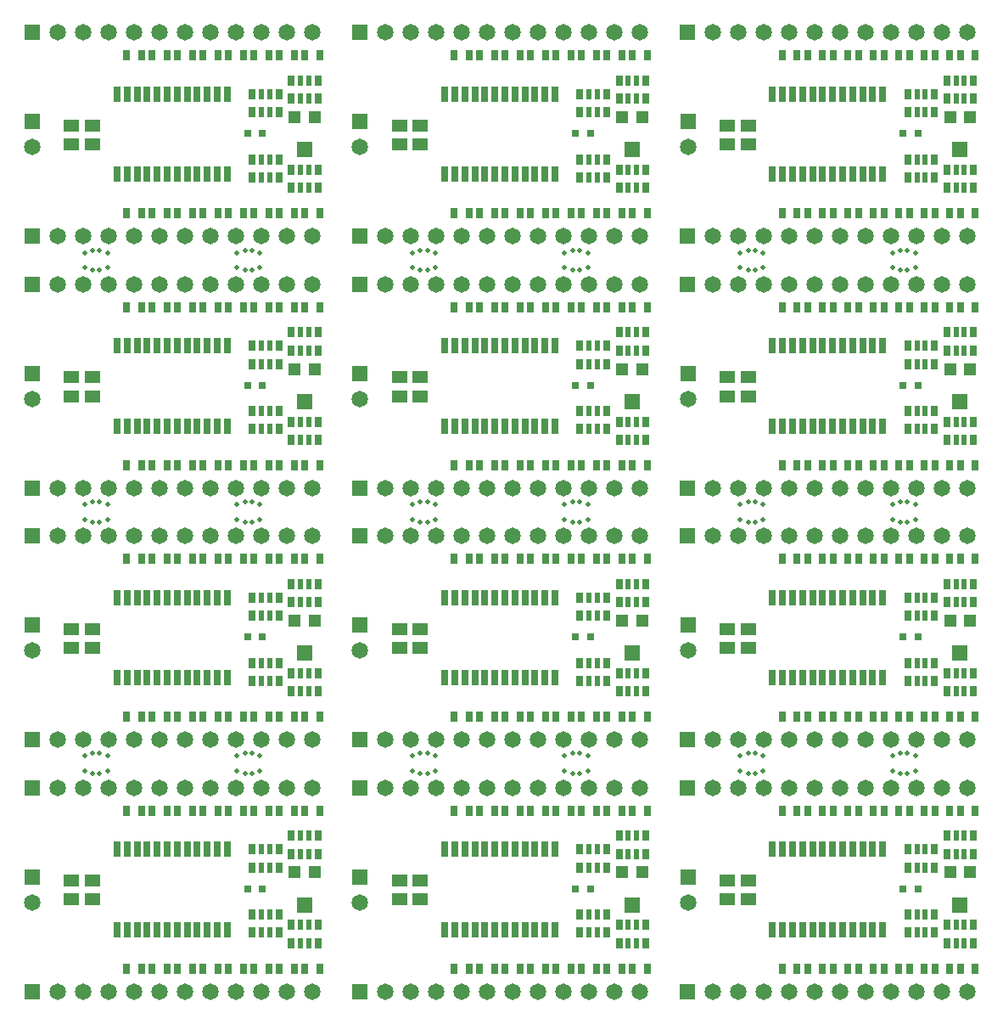
<source format=gts>
G04 (created by PCBNEW (2013-04-03 BZR 4062)-testing) date Thu 04 Apr 2013 12:57:26 AM CEST*
%MOIN*%
G04 Gerber Fmt 3.4, Leading zero omitted, Abs format*
%FSLAX34Y34*%
G01*
G70*
G90*
G04 APERTURE LIST*
%ADD10C,0.006*%
%ADD11R,0.0255906X0.0393701*%
%ADD12R,0.019685X0.0393701*%
%ADD13R,0.0314961X0.0433071*%
%ADD14R,0.0649606X0.0649606*%
%ADD15C,0.0649606*%
%ADD16R,0.0256X0.063*%
%ADD17R,0.0314X0.0314*%
%ADD18R,0.0472X0.0472*%
%ADD19R,0.063X0.0591*%
%ADD20R,0.059X0.0511*%
%ADD21C,0.019685*%
G04 APERTURE END LIST*
G54D10*
G54D11*
X36131Y-26771D03*
G54D12*
X35767Y-26771D03*
X35452Y-26771D03*
G54D11*
X35088Y-26771D03*
X36131Y-26062D03*
G54D12*
X35767Y-26062D03*
X35452Y-26062D03*
G54D11*
X35088Y-26062D03*
X37667Y-26240D03*
G54D12*
X37303Y-26240D03*
X36988Y-26240D03*
G54D11*
X36624Y-26240D03*
X37667Y-25531D03*
G54D12*
X37303Y-25531D03*
X36988Y-25531D03*
G54D11*
X36624Y-25531D03*
X36624Y-29035D03*
G54D12*
X36988Y-29035D03*
X37303Y-29035D03*
G54D11*
X37667Y-29035D03*
X36624Y-29744D03*
G54D12*
X36988Y-29744D03*
X37303Y-29744D03*
G54D11*
X37667Y-29744D03*
X35088Y-28622D03*
G54D12*
X35452Y-28622D03*
X35767Y-28622D03*
G54D11*
X36131Y-28622D03*
X35088Y-29330D03*
G54D12*
X35452Y-29330D03*
X35767Y-29330D03*
G54D11*
X36131Y-29330D03*
G54D13*
X30740Y-24537D03*
X30150Y-24537D03*
G54D14*
X26456Y-27137D03*
G54D15*
X26456Y-28137D03*
G54D14*
X26444Y-23637D03*
G54D15*
X27444Y-23637D03*
X28444Y-23637D03*
X29444Y-23637D03*
X30444Y-23637D03*
X31444Y-23637D03*
X32444Y-23637D03*
X33444Y-23637D03*
X34444Y-23637D03*
X35444Y-23637D03*
X36444Y-23637D03*
X37444Y-23637D03*
G54D14*
X26444Y-31637D03*
G54D15*
X27444Y-31637D03*
X28444Y-31637D03*
X29444Y-31637D03*
X30444Y-31637D03*
X31444Y-31637D03*
X32444Y-31637D03*
X33444Y-31637D03*
X34444Y-31637D03*
X35444Y-31637D03*
X36444Y-31637D03*
X37444Y-31637D03*
G54D16*
X29779Y-29212D03*
X30172Y-29212D03*
X30566Y-29212D03*
X30960Y-29212D03*
X31353Y-29212D03*
X31747Y-29212D03*
X32141Y-29212D03*
X32535Y-29212D03*
X32928Y-29212D03*
X33322Y-29212D03*
X33716Y-29212D03*
X34109Y-29212D03*
X34109Y-26062D03*
X33716Y-26062D03*
X33322Y-26062D03*
X32928Y-26062D03*
X32535Y-26062D03*
X32141Y-26062D03*
X31747Y-26062D03*
X31353Y-26062D03*
X30960Y-26062D03*
X30566Y-26062D03*
X30172Y-26062D03*
X29779Y-26062D03*
G54D17*
X35492Y-27615D03*
X34902Y-27615D03*
G54D18*
X37539Y-26968D03*
X36751Y-26968D03*
G54D19*
X37145Y-28248D03*
G54D20*
X27994Y-27288D03*
X27994Y-28036D03*
X28819Y-27288D03*
X28819Y-28036D03*
G54D13*
X35740Y-30737D03*
X35150Y-30737D03*
X34740Y-30737D03*
X34150Y-30737D03*
X36740Y-30737D03*
X36150Y-30737D03*
X33740Y-30737D03*
X33150Y-30737D03*
X32740Y-30737D03*
X32150Y-30737D03*
X31740Y-30737D03*
X31150Y-30737D03*
X30740Y-30737D03*
X30150Y-30737D03*
X37740Y-30737D03*
X37150Y-30737D03*
X37740Y-24537D03*
X37150Y-24537D03*
X36740Y-24537D03*
X36150Y-24537D03*
X35740Y-24537D03*
X35150Y-24537D03*
X34740Y-24537D03*
X34150Y-24537D03*
X31740Y-24537D03*
X31150Y-24537D03*
X33740Y-24537D03*
X33150Y-24537D03*
X32740Y-24537D03*
X32150Y-24537D03*
X32740Y-34419D03*
X32150Y-34419D03*
X33740Y-34419D03*
X33150Y-34419D03*
X31740Y-34419D03*
X31150Y-34419D03*
X34740Y-34419D03*
X34150Y-34419D03*
X35740Y-34419D03*
X35150Y-34419D03*
X36740Y-34419D03*
X36150Y-34419D03*
X37740Y-34419D03*
X37150Y-34419D03*
X37740Y-40619D03*
X37150Y-40619D03*
X30740Y-40619D03*
X30150Y-40619D03*
X31740Y-40619D03*
X31150Y-40619D03*
X32740Y-40619D03*
X32150Y-40619D03*
X33740Y-40619D03*
X33150Y-40619D03*
X36740Y-40619D03*
X36150Y-40619D03*
X34740Y-40619D03*
X34150Y-40619D03*
X35740Y-40619D03*
X35150Y-40619D03*
G54D20*
X28819Y-37170D03*
X28819Y-37918D03*
X27994Y-37170D03*
X27994Y-37918D03*
G54D18*
X37539Y-36850D03*
X36751Y-36850D03*
G54D19*
X37145Y-38130D03*
G54D17*
X35492Y-37497D03*
X34902Y-37497D03*
G54D16*
X29779Y-39094D03*
X30172Y-39094D03*
X30566Y-39094D03*
X30960Y-39094D03*
X31353Y-39094D03*
X31747Y-39094D03*
X32141Y-39094D03*
X32535Y-39094D03*
X32928Y-39094D03*
X33322Y-39094D03*
X33716Y-39094D03*
X34109Y-39094D03*
X34109Y-35944D03*
X33716Y-35944D03*
X33322Y-35944D03*
X32928Y-35944D03*
X32535Y-35944D03*
X32141Y-35944D03*
X31747Y-35944D03*
X31353Y-35944D03*
X30960Y-35944D03*
X30566Y-35944D03*
X30172Y-35944D03*
X29779Y-35944D03*
G54D14*
X26444Y-41519D03*
G54D15*
X27444Y-41519D03*
X28444Y-41519D03*
X29444Y-41519D03*
X30444Y-41519D03*
X31444Y-41519D03*
X32444Y-41519D03*
X33444Y-41519D03*
X34444Y-41519D03*
X35444Y-41519D03*
X36444Y-41519D03*
X37444Y-41519D03*
G54D14*
X26444Y-33519D03*
G54D15*
X27444Y-33519D03*
X28444Y-33519D03*
X29444Y-33519D03*
X30444Y-33519D03*
X31444Y-33519D03*
X32444Y-33519D03*
X33444Y-33519D03*
X34444Y-33519D03*
X35444Y-33519D03*
X36444Y-33519D03*
X37444Y-33519D03*
G54D14*
X26456Y-37019D03*
G54D15*
X26456Y-38019D03*
G54D13*
X30740Y-34419D03*
X30150Y-34419D03*
G54D11*
X35088Y-38503D03*
G54D12*
X35452Y-38503D03*
X35767Y-38503D03*
G54D11*
X36131Y-38503D03*
X35088Y-39212D03*
G54D12*
X35452Y-39212D03*
X35767Y-39212D03*
G54D11*
X36131Y-39212D03*
X36624Y-38917D03*
G54D12*
X36988Y-38917D03*
X37303Y-38917D03*
G54D11*
X37667Y-38917D03*
X36624Y-39625D03*
G54D12*
X36988Y-39625D03*
X37303Y-39625D03*
G54D11*
X37667Y-39625D03*
X37667Y-36122D03*
G54D12*
X37303Y-36122D03*
X36988Y-36122D03*
G54D11*
X36624Y-36122D03*
X37667Y-35413D03*
G54D12*
X37303Y-35413D03*
X36988Y-35413D03*
G54D11*
X36624Y-35413D03*
X36131Y-36653D03*
G54D12*
X35767Y-36653D03*
X35452Y-36653D03*
G54D11*
X35088Y-36653D03*
X36131Y-35944D03*
G54D12*
X35767Y-35944D03*
X35452Y-35944D03*
G54D11*
X35088Y-35944D03*
X36131Y-46535D03*
G54D12*
X35767Y-46535D03*
X35452Y-46535D03*
G54D11*
X35088Y-46535D03*
X36131Y-45826D03*
G54D12*
X35767Y-45826D03*
X35452Y-45826D03*
G54D11*
X35088Y-45826D03*
X37667Y-46003D03*
G54D12*
X37303Y-46003D03*
X36988Y-46003D03*
G54D11*
X36624Y-46003D03*
X37667Y-45295D03*
G54D12*
X37303Y-45295D03*
X36988Y-45295D03*
G54D11*
X36624Y-45295D03*
X36624Y-48799D03*
G54D12*
X36988Y-48799D03*
X37303Y-48799D03*
G54D11*
X37667Y-48799D03*
X36624Y-49507D03*
G54D12*
X36988Y-49507D03*
X37303Y-49507D03*
G54D11*
X37667Y-49507D03*
X35088Y-48385D03*
G54D12*
X35452Y-48385D03*
X35767Y-48385D03*
G54D11*
X36131Y-48385D03*
X35088Y-49094D03*
G54D12*
X35452Y-49094D03*
X35767Y-49094D03*
G54D11*
X36131Y-49094D03*
G54D13*
X30740Y-44301D03*
X30150Y-44301D03*
G54D14*
X26456Y-46901D03*
G54D15*
X26456Y-47901D03*
G54D14*
X26444Y-43401D03*
G54D15*
X27444Y-43401D03*
X28444Y-43401D03*
X29444Y-43401D03*
X30444Y-43401D03*
X31444Y-43401D03*
X32444Y-43401D03*
X33444Y-43401D03*
X34444Y-43401D03*
X35444Y-43401D03*
X36444Y-43401D03*
X37444Y-43401D03*
G54D14*
X26444Y-51401D03*
G54D15*
X27444Y-51401D03*
X28444Y-51401D03*
X29444Y-51401D03*
X30444Y-51401D03*
X31444Y-51401D03*
X32444Y-51401D03*
X33444Y-51401D03*
X34444Y-51401D03*
X35444Y-51401D03*
X36444Y-51401D03*
X37444Y-51401D03*
G54D16*
X29779Y-48976D03*
X30172Y-48976D03*
X30566Y-48976D03*
X30960Y-48976D03*
X31353Y-48976D03*
X31747Y-48976D03*
X32141Y-48976D03*
X32535Y-48976D03*
X32928Y-48976D03*
X33322Y-48976D03*
X33716Y-48976D03*
X34109Y-48976D03*
X34109Y-45826D03*
X33716Y-45826D03*
X33322Y-45826D03*
X32928Y-45826D03*
X32535Y-45826D03*
X32141Y-45826D03*
X31747Y-45826D03*
X31353Y-45826D03*
X30960Y-45826D03*
X30566Y-45826D03*
X30172Y-45826D03*
X29779Y-45826D03*
G54D17*
X35492Y-47378D03*
X34902Y-47378D03*
G54D18*
X37539Y-46731D03*
X36751Y-46731D03*
G54D19*
X37145Y-48011D03*
G54D20*
X27994Y-47052D03*
X27994Y-47800D03*
X28819Y-47052D03*
X28819Y-47800D03*
G54D13*
X35740Y-50501D03*
X35150Y-50501D03*
X34740Y-50501D03*
X34150Y-50501D03*
X36740Y-50501D03*
X36150Y-50501D03*
X33740Y-50501D03*
X33150Y-50501D03*
X32740Y-50501D03*
X32150Y-50501D03*
X31740Y-50501D03*
X31150Y-50501D03*
X30740Y-50501D03*
X30150Y-50501D03*
X37740Y-50501D03*
X37150Y-50501D03*
X37740Y-44301D03*
X37150Y-44301D03*
X36740Y-44301D03*
X36150Y-44301D03*
X35740Y-44301D03*
X35150Y-44301D03*
X34740Y-44301D03*
X34150Y-44301D03*
X31740Y-44301D03*
X31150Y-44301D03*
X33740Y-44301D03*
X33150Y-44301D03*
X32740Y-44301D03*
X32150Y-44301D03*
X32740Y-54183D03*
X32150Y-54183D03*
X33740Y-54183D03*
X33150Y-54183D03*
X31740Y-54183D03*
X31150Y-54183D03*
X34740Y-54183D03*
X34150Y-54183D03*
X35740Y-54183D03*
X35150Y-54183D03*
X36740Y-54183D03*
X36150Y-54183D03*
X37740Y-54183D03*
X37150Y-54183D03*
X37740Y-60383D03*
X37150Y-60383D03*
X30740Y-60383D03*
X30150Y-60383D03*
X31740Y-60383D03*
X31150Y-60383D03*
X32740Y-60383D03*
X32150Y-60383D03*
X33740Y-60383D03*
X33150Y-60383D03*
X36740Y-60383D03*
X36150Y-60383D03*
X34740Y-60383D03*
X34150Y-60383D03*
X35740Y-60383D03*
X35150Y-60383D03*
G54D20*
X28819Y-56934D03*
X28819Y-57682D03*
X27994Y-56934D03*
X27994Y-57682D03*
G54D18*
X37539Y-56613D03*
X36751Y-56613D03*
G54D19*
X37145Y-57893D03*
G54D17*
X35492Y-57260D03*
X34902Y-57260D03*
G54D16*
X29779Y-58858D03*
X30172Y-58858D03*
X30566Y-58858D03*
X30960Y-58858D03*
X31353Y-58858D03*
X31747Y-58858D03*
X32141Y-58858D03*
X32535Y-58858D03*
X32928Y-58858D03*
X33322Y-58858D03*
X33716Y-58858D03*
X34109Y-58858D03*
X34109Y-55708D03*
X33716Y-55708D03*
X33322Y-55708D03*
X32928Y-55708D03*
X32535Y-55708D03*
X32141Y-55708D03*
X31747Y-55708D03*
X31353Y-55708D03*
X30960Y-55708D03*
X30566Y-55708D03*
X30172Y-55708D03*
X29779Y-55708D03*
G54D14*
X26444Y-61283D03*
G54D15*
X27444Y-61283D03*
X28444Y-61283D03*
X29444Y-61283D03*
X30444Y-61283D03*
X31444Y-61283D03*
X32444Y-61283D03*
X33444Y-61283D03*
X34444Y-61283D03*
X35444Y-61283D03*
X36444Y-61283D03*
X37444Y-61283D03*
G54D14*
X26444Y-53283D03*
G54D15*
X27444Y-53283D03*
X28444Y-53283D03*
X29444Y-53283D03*
X30444Y-53283D03*
X31444Y-53283D03*
X32444Y-53283D03*
X33444Y-53283D03*
X34444Y-53283D03*
X35444Y-53283D03*
X36444Y-53283D03*
X37444Y-53283D03*
G54D14*
X26456Y-56783D03*
G54D15*
X26456Y-57783D03*
G54D13*
X30740Y-54183D03*
X30150Y-54183D03*
G54D11*
X35088Y-58267D03*
G54D12*
X35452Y-58267D03*
X35767Y-58267D03*
G54D11*
X36131Y-58267D03*
X35088Y-58976D03*
G54D12*
X35452Y-58976D03*
X35767Y-58976D03*
G54D11*
X36131Y-58976D03*
X36624Y-58681D03*
G54D12*
X36988Y-58681D03*
X37303Y-58681D03*
G54D11*
X37667Y-58681D03*
X36624Y-59389D03*
G54D12*
X36988Y-59389D03*
X37303Y-59389D03*
G54D11*
X37667Y-59389D03*
X37667Y-55885D03*
G54D12*
X37303Y-55885D03*
X36988Y-55885D03*
G54D11*
X36624Y-55885D03*
X37667Y-55177D03*
G54D12*
X37303Y-55177D03*
X36988Y-55177D03*
G54D11*
X36624Y-55177D03*
X36131Y-56417D03*
G54D12*
X35767Y-56417D03*
X35452Y-56417D03*
G54D11*
X35088Y-56417D03*
X36131Y-55708D03*
G54D12*
X35767Y-55708D03*
X35452Y-55708D03*
G54D11*
X35088Y-55708D03*
G54D21*
X29094Y-51948D03*
X28503Y-52637D03*
X29409Y-52637D03*
X28503Y-52047D03*
X28818Y-51948D03*
X29409Y-52047D03*
X28818Y-52736D03*
X29094Y-52736D03*
X35078Y-51948D03*
X34488Y-52637D03*
X35393Y-52637D03*
X34488Y-52047D03*
X34803Y-51948D03*
X35393Y-52047D03*
X34803Y-52736D03*
X35078Y-52736D03*
X35078Y-32185D03*
X34488Y-32874D03*
X35393Y-32874D03*
X34488Y-32283D03*
X34803Y-32185D03*
X35393Y-32283D03*
X34803Y-32972D03*
X35078Y-32972D03*
X29094Y-32185D03*
X28503Y-32874D03*
X29409Y-32874D03*
X28503Y-32283D03*
X28818Y-32185D03*
X29409Y-32283D03*
X28818Y-32972D03*
X29094Y-32972D03*
X29094Y-42066D03*
X28503Y-42755D03*
X29409Y-42755D03*
X28503Y-42165D03*
X28818Y-42066D03*
X29409Y-42165D03*
X28818Y-42854D03*
X29094Y-42854D03*
X35078Y-42066D03*
X34488Y-42755D03*
X35393Y-42755D03*
X34488Y-42165D03*
X34803Y-42066D03*
X35393Y-42165D03*
X34803Y-42854D03*
X35078Y-42854D03*
X47952Y-42066D03*
X47362Y-42755D03*
X48267Y-42755D03*
X47362Y-42165D03*
X47677Y-42066D03*
X48267Y-42165D03*
X47677Y-42854D03*
X47952Y-42854D03*
X41968Y-42066D03*
X41377Y-42755D03*
X42283Y-42755D03*
X41377Y-42165D03*
X41692Y-42066D03*
X42283Y-42165D03*
X41692Y-42854D03*
X41968Y-42854D03*
X41968Y-32185D03*
X41377Y-32874D03*
X42283Y-32874D03*
X41377Y-32283D03*
X41692Y-32185D03*
X42283Y-32283D03*
X41692Y-32972D03*
X41968Y-32972D03*
X47952Y-32185D03*
X47362Y-32874D03*
X48267Y-32874D03*
X47362Y-32283D03*
X47677Y-32185D03*
X48267Y-32283D03*
X47677Y-32972D03*
X47952Y-32972D03*
X47952Y-51948D03*
X47362Y-52637D03*
X48267Y-52637D03*
X47362Y-52047D03*
X47677Y-51948D03*
X48267Y-52047D03*
X47677Y-52736D03*
X47952Y-52736D03*
X41968Y-51948D03*
X41377Y-52637D03*
X42283Y-52637D03*
X41377Y-52047D03*
X41692Y-51948D03*
X42283Y-52047D03*
X41692Y-52736D03*
X41968Y-52736D03*
G54D11*
X49005Y-56417D03*
G54D12*
X48641Y-56417D03*
X48326Y-56417D03*
G54D11*
X47962Y-56417D03*
X49005Y-55708D03*
G54D12*
X48641Y-55708D03*
X48326Y-55708D03*
G54D11*
X47962Y-55708D03*
X50541Y-55885D03*
G54D12*
X50177Y-55885D03*
X49862Y-55885D03*
G54D11*
X49498Y-55885D03*
X50541Y-55177D03*
G54D12*
X50177Y-55177D03*
X49862Y-55177D03*
G54D11*
X49498Y-55177D03*
X49498Y-58681D03*
G54D12*
X49862Y-58681D03*
X50177Y-58681D03*
G54D11*
X50541Y-58681D03*
X49498Y-59389D03*
G54D12*
X49862Y-59389D03*
X50177Y-59389D03*
G54D11*
X50541Y-59389D03*
X47962Y-58267D03*
G54D12*
X48326Y-58267D03*
X48641Y-58267D03*
G54D11*
X49005Y-58267D03*
X47962Y-58976D03*
G54D12*
X48326Y-58976D03*
X48641Y-58976D03*
G54D11*
X49005Y-58976D03*
G54D13*
X43614Y-54183D03*
X43024Y-54183D03*
G54D14*
X39330Y-56783D03*
G54D15*
X39330Y-57783D03*
G54D14*
X39318Y-53283D03*
G54D15*
X40318Y-53283D03*
X41318Y-53283D03*
X42318Y-53283D03*
X43318Y-53283D03*
X44318Y-53283D03*
X45318Y-53283D03*
X46318Y-53283D03*
X47318Y-53283D03*
X48318Y-53283D03*
X49318Y-53283D03*
X50318Y-53283D03*
G54D14*
X39318Y-61283D03*
G54D15*
X40318Y-61283D03*
X41318Y-61283D03*
X42318Y-61283D03*
X43318Y-61283D03*
X44318Y-61283D03*
X45318Y-61283D03*
X46318Y-61283D03*
X47318Y-61283D03*
X48318Y-61283D03*
X49318Y-61283D03*
X50318Y-61283D03*
G54D16*
X42653Y-58858D03*
X43046Y-58858D03*
X43440Y-58858D03*
X43834Y-58858D03*
X44227Y-58858D03*
X44621Y-58858D03*
X45015Y-58858D03*
X45409Y-58858D03*
X45802Y-58858D03*
X46196Y-58858D03*
X46590Y-58858D03*
X46983Y-58858D03*
X46983Y-55708D03*
X46590Y-55708D03*
X46196Y-55708D03*
X45802Y-55708D03*
X45409Y-55708D03*
X45015Y-55708D03*
X44621Y-55708D03*
X44227Y-55708D03*
X43834Y-55708D03*
X43440Y-55708D03*
X43046Y-55708D03*
X42653Y-55708D03*
G54D17*
X48366Y-57260D03*
X47776Y-57260D03*
G54D18*
X50413Y-56613D03*
X49625Y-56613D03*
G54D19*
X50019Y-57893D03*
G54D20*
X40868Y-56934D03*
X40868Y-57682D03*
X41693Y-56934D03*
X41693Y-57682D03*
G54D13*
X48614Y-60383D03*
X48024Y-60383D03*
X47614Y-60383D03*
X47024Y-60383D03*
X49614Y-60383D03*
X49024Y-60383D03*
X46614Y-60383D03*
X46024Y-60383D03*
X45614Y-60383D03*
X45024Y-60383D03*
X44614Y-60383D03*
X44024Y-60383D03*
X43614Y-60383D03*
X43024Y-60383D03*
X50614Y-60383D03*
X50024Y-60383D03*
X50614Y-54183D03*
X50024Y-54183D03*
X49614Y-54183D03*
X49024Y-54183D03*
X48614Y-54183D03*
X48024Y-54183D03*
X47614Y-54183D03*
X47024Y-54183D03*
X44614Y-54183D03*
X44024Y-54183D03*
X46614Y-54183D03*
X46024Y-54183D03*
X45614Y-54183D03*
X45024Y-54183D03*
X45614Y-44301D03*
X45024Y-44301D03*
X46614Y-44301D03*
X46024Y-44301D03*
X44614Y-44301D03*
X44024Y-44301D03*
X47614Y-44301D03*
X47024Y-44301D03*
X48614Y-44301D03*
X48024Y-44301D03*
X49614Y-44301D03*
X49024Y-44301D03*
X50614Y-44301D03*
X50024Y-44301D03*
X50614Y-50501D03*
X50024Y-50501D03*
X43614Y-50501D03*
X43024Y-50501D03*
X44614Y-50501D03*
X44024Y-50501D03*
X45614Y-50501D03*
X45024Y-50501D03*
X46614Y-50501D03*
X46024Y-50501D03*
X49614Y-50501D03*
X49024Y-50501D03*
X47614Y-50501D03*
X47024Y-50501D03*
X48614Y-50501D03*
X48024Y-50501D03*
G54D20*
X41693Y-47052D03*
X41693Y-47800D03*
X40868Y-47052D03*
X40868Y-47800D03*
G54D18*
X50413Y-46731D03*
X49625Y-46731D03*
G54D19*
X50019Y-48011D03*
G54D17*
X48366Y-47378D03*
X47776Y-47378D03*
G54D16*
X42653Y-48976D03*
X43046Y-48976D03*
X43440Y-48976D03*
X43834Y-48976D03*
X44227Y-48976D03*
X44621Y-48976D03*
X45015Y-48976D03*
X45409Y-48976D03*
X45802Y-48976D03*
X46196Y-48976D03*
X46590Y-48976D03*
X46983Y-48976D03*
X46983Y-45826D03*
X46590Y-45826D03*
X46196Y-45826D03*
X45802Y-45826D03*
X45409Y-45826D03*
X45015Y-45826D03*
X44621Y-45826D03*
X44227Y-45826D03*
X43834Y-45826D03*
X43440Y-45826D03*
X43046Y-45826D03*
X42653Y-45826D03*
G54D14*
X39318Y-51401D03*
G54D15*
X40318Y-51401D03*
X41318Y-51401D03*
X42318Y-51401D03*
X43318Y-51401D03*
X44318Y-51401D03*
X45318Y-51401D03*
X46318Y-51401D03*
X47318Y-51401D03*
X48318Y-51401D03*
X49318Y-51401D03*
X50318Y-51401D03*
G54D14*
X39318Y-43401D03*
G54D15*
X40318Y-43401D03*
X41318Y-43401D03*
X42318Y-43401D03*
X43318Y-43401D03*
X44318Y-43401D03*
X45318Y-43401D03*
X46318Y-43401D03*
X47318Y-43401D03*
X48318Y-43401D03*
X49318Y-43401D03*
X50318Y-43401D03*
G54D14*
X39330Y-46901D03*
G54D15*
X39330Y-47901D03*
G54D13*
X43614Y-44301D03*
X43024Y-44301D03*
G54D11*
X47962Y-48385D03*
G54D12*
X48326Y-48385D03*
X48641Y-48385D03*
G54D11*
X49005Y-48385D03*
X47962Y-49094D03*
G54D12*
X48326Y-49094D03*
X48641Y-49094D03*
G54D11*
X49005Y-49094D03*
X49498Y-48799D03*
G54D12*
X49862Y-48799D03*
X50177Y-48799D03*
G54D11*
X50541Y-48799D03*
X49498Y-49507D03*
G54D12*
X49862Y-49507D03*
X50177Y-49507D03*
G54D11*
X50541Y-49507D03*
X50541Y-46003D03*
G54D12*
X50177Y-46003D03*
X49862Y-46003D03*
G54D11*
X49498Y-46003D03*
X50541Y-45295D03*
G54D12*
X50177Y-45295D03*
X49862Y-45295D03*
G54D11*
X49498Y-45295D03*
X49005Y-46535D03*
G54D12*
X48641Y-46535D03*
X48326Y-46535D03*
G54D11*
X47962Y-46535D03*
X49005Y-45826D03*
G54D12*
X48641Y-45826D03*
X48326Y-45826D03*
G54D11*
X47962Y-45826D03*
X49005Y-36653D03*
G54D12*
X48641Y-36653D03*
X48326Y-36653D03*
G54D11*
X47962Y-36653D03*
X49005Y-35944D03*
G54D12*
X48641Y-35944D03*
X48326Y-35944D03*
G54D11*
X47962Y-35944D03*
X50541Y-36122D03*
G54D12*
X50177Y-36122D03*
X49862Y-36122D03*
G54D11*
X49498Y-36122D03*
X50541Y-35413D03*
G54D12*
X50177Y-35413D03*
X49862Y-35413D03*
G54D11*
X49498Y-35413D03*
X49498Y-38917D03*
G54D12*
X49862Y-38917D03*
X50177Y-38917D03*
G54D11*
X50541Y-38917D03*
X49498Y-39625D03*
G54D12*
X49862Y-39625D03*
X50177Y-39625D03*
G54D11*
X50541Y-39625D03*
X47962Y-38503D03*
G54D12*
X48326Y-38503D03*
X48641Y-38503D03*
G54D11*
X49005Y-38503D03*
X47962Y-39212D03*
G54D12*
X48326Y-39212D03*
X48641Y-39212D03*
G54D11*
X49005Y-39212D03*
G54D13*
X43614Y-34419D03*
X43024Y-34419D03*
G54D14*
X39330Y-37019D03*
G54D15*
X39330Y-38019D03*
G54D14*
X39318Y-33519D03*
G54D15*
X40318Y-33519D03*
X41318Y-33519D03*
X42318Y-33519D03*
X43318Y-33519D03*
X44318Y-33519D03*
X45318Y-33519D03*
X46318Y-33519D03*
X47318Y-33519D03*
X48318Y-33519D03*
X49318Y-33519D03*
X50318Y-33519D03*
G54D14*
X39318Y-41519D03*
G54D15*
X40318Y-41519D03*
X41318Y-41519D03*
X42318Y-41519D03*
X43318Y-41519D03*
X44318Y-41519D03*
X45318Y-41519D03*
X46318Y-41519D03*
X47318Y-41519D03*
X48318Y-41519D03*
X49318Y-41519D03*
X50318Y-41519D03*
G54D16*
X42653Y-39094D03*
X43046Y-39094D03*
X43440Y-39094D03*
X43834Y-39094D03*
X44227Y-39094D03*
X44621Y-39094D03*
X45015Y-39094D03*
X45409Y-39094D03*
X45802Y-39094D03*
X46196Y-39094D03*
X46590Y-39094D03*
X46983Y-39094D03*
X46983Y-35944D03*
X46590Y-35944D03*
X46196Y-35944D03*
X45802Y-35944D03*
X45409Y-35944D03*
X45015Y-35944D03*
X44621Y-35944D03*
X44227Y-35944D03*
X43834Y-35944D03*
X43440Y-35944D03*
X43046Y-35944D03*
X42653Y-35944D03*
G54D17*
X48366Y-37497D03*
X47776Y-37497D03*
G54D18*
X50413Y-36850D03*
X49625Y-36850D03*
G54D19*
X50019Y-38130D03*
G54D20*
X40868Y-37170D03*
X40868Y-37918D03*
X41693Y-37170D03*
X41693Y-37918D03*
G54D13*
X48614Y-40619D03*
X48024Y-40619D03*
X47614Y-40619D03*
X47024Y-40619D03*
X49614Y-40619D03*
X49024Y-40619D03*
X46614Y-40619D03*
X46024Y-40619D03*
X45614Y-40619D03*
X45024Y-40619D03*
X44614Y-40619D03*
X44024Y-40619D03*
X43614Y-40619D03*
X43024Y-40619D03*
X50614Y-40619D03*
X50024Y-40619D03*
X50614Y-34419D03*
X50024Y-34419D03*
X49614Y-34419D03*
X49024Y-34419D03*
X48614Y-34419D03*
X48024Y-34419D03*
X47614Y-34419D03*
X47024Y-34419D03*
X44614Y-34419D03*
X44024Y-34419D03*
X46614Y-34419D03*
X46024Y-34419D03*
X45614Y-34419D03*
X45024Y-34419D03*
X45614Y-24537D03*
X45024Y-24537D03*
X46614Y-24537D03*
X46024Y-24537D03*
X44614Y-24537D03*
X44024Y-24537D03*
X47614Y-24537D03*
X47024Y-24537D03*
X48614Y-24537D03*
X48024Y-24537D03*
X49614Y-24537D03*
X49024Y-24537D03*
X50614Y-24537D03*
X50024Y-24537D03*
X50614Y-30737D03*
X50024Y-30737D03*
X43614Y-30737D03*
X43024Y-30737D03*
X44614Y-30737D03*
X44024Y-30737D03*
X45614Y-30737D03*
X45024Y-30737D03*
X46614Y-30737D03*
X46024Y-30737D03*
X49614Y-30737D03*
X49024Y-30737D03*
X47614Y-30737D03*
X47024Y-30737D03*
X48614Y-30737D03*
X48024Y-30737D03*
G54D20*
X41693Y-27288D03*
X41693Y-28036D03*
X40868Y-27288D03*
X40868Y-28036D03*
G54D18*
X50413Y-26968D03*
X49625Y-26968D03*
G54D19*
X50019Y-28248D03*
G54D17*
X48366Y-27615D03*
X47776Y-27615D03*
G54D16*
X42653Y-29212D03*
X43046Y-29212D03*
X43440Y-29212D03*
X43834Y-29212D03*
X44227Y-29212D03*
X44621Y-29212D03*
X45015Y-29212D03*
X45409Y-29212D03*
X45802Y-29212D03*
X46196Y-29212D03*
X46590Y-29212D03*
X46983Y-29212D03*
X46983Y-26062D03*
X46590Y-26062D03*
X46196Y-26062D03*
X45802Y-26062D03*
X45409Y-26062D03*
X45015Y-26062D03*
X44621Y-26062D03*
X44227Y-26062D03*
X43834Y-26062D03*
X43440Y-26062D03*
X43046Y-26062D03*
X42653Y-26062D03*
G54D14*
X39318Y-31637D03*
G54D15*
X40318Y-31637D03*
X41318Y-31637D03*
X42318Y-31637D03*
X43318Y-31637D03*
X44318Y-31637D03*
X45318Y-31637D03*
X46318Y-31637D03*
X47318Y-31637D03*
X48318Y-31637D03*
X49318Y-31637D03*
X50318Y-31637D03*
G54D14*
X39318Y-23637D03*
G54D15*
X40318Y-23637D03*
X41318Y-23637D03*
X42318Y-23637D03*
X43318Y-23637D03*
X44318Y-23637D03*
X45318Y-23637D03*
X46318Y-23637D03*
X47318Y-23637D03*
X48318Y-23637D03*
X49318Y-23637D03*
X50318Y-23637D03*
G54D14*
X39330Y-27137D03*
G54D15*
X39330Y-28137D03*
G54D13*
X43614Y-24537D03*
X43024Y-24537D03*
G54D11*
X47962Y-28622D03*
G54D12*
X48326Y-28622D03*
X48641Y-28622D03*
G54D11*
X49005Y-28622D03*
X47962Y-29330D03*
G54D12*
X48326Y-29330D03*
X48641Y-29330D03*
G54D11*
X49005Y-29330D03*
X49498Y-29035D03*
G54D12*
X49862Y-29035D03*
X50177Y-29035D03*
G54D11*
X50541Y-29035D03*
X49498Y-29744D03*
G54D12*
X49862Y-29744D03*
X50177Y-29744D03*
G54D11*
X50541Y-29744D03*
X50541Y-26240D03*
G54D12*
X50177Y-26240D03*
X49862Y-26240D03*
G54D11*
X49498Y-26240D03*
X50541Y-25531D03*
G54D12*
X50177Y-25531D03*
X49862Y-25531D03*
G54D11*
X49498Y-25531D03*
X49005Y-26771D03*
G54D12*
X48641Y-26771D03*
X48326Y-26771D03*
G54D11*
X47962Y-26771D03*
X49005Y-26062D03*
G54D12*
X48641Y-26062D03*
X48326Y-26062D03*
G54D11*
X47962Y-26062D03*
X61879Y-26771D03*
G54D12*
X61515Y-26771D03*
X61200Y-26771D03*
G54D11*
X60836Y-26771D03*
X61879Y-26062D03*
G54D12*
X61515Y-26062D03*
X61200Y-26062D03*
G54D11*
X60836Y-26062D03*
X63415Y-26240D03*
G54D12*
X63051Y-26240D03*
X62736Y-26240D03*
G54D11*
X62372Y-26240D03*
X63415Y-25531D03*
G54D12*
X63051Y-25531D03*
X62736Y-25531D03*
G54D11*
X62372Y-25531D03*
X62372Y-29035D03*
G54D12*
X62736Y-29035D03*
X63051Y-29035D03*
G54D11*
X63415Y-29035D03*
X62372Y-29744D03*
G54D12*
X62736Y-29744D03*
X63051Y-29744D03*
G54D11*
X63415Y-29744D03*
X60836Y-28622D03*
G54D12*
X61200Y-28622D03*
X61515Y-28622D03*
G54D11*
X61879Y-28622D03*
X60836Y-29330D03*
G54D12*
X61200Y-29330D03*
X61515Y-29330D03*
G54D11*
X61879Y-29330D03*
G54D13*
X56488Y-24537D03*
X55898Y-24537D03*
G54D14*
X52204Y-27137D03*
G54D15*
X52204Y-28137D03*
G54D14*
X52192Y-23637D03*
G54D15*
X53192Y-23637D03*
X54192Y-23637D03*
X55192Y-23637D03*
X56192Y-23637D03*
X57192Y-23637D03*
X58192Y-23637D03*
X59192Y-23637D03*
X60192Y-23637D03*
X61192Y-23637D03*
X62192Y-23637D03*
X63192Y-23637D03*
G54D14*
X52192Y-31637D03*
G54D15*
X53192Y-31637D03*
X54192Y-31637D03*
X55192Y-31637D03*
X56192Y-31637D03*
X57192Y-31637D03*
X58192Y-31637D03*
X59192Y-31637D03*
X60192Y-31637D03*
X61192Y-31637D03*
X62192Y-31637D03*
X63192Y-31637D03*
G54D16*
X55527Y-29212D03*
X55920Y-29212D03*
X56314Y-29212D03*
X56708Y-29212D03*
X57101Y-29212D03*
X57495Y-29212D03*
X57889Y-29212D03*
X58283Y-29212D03*
X58676Y-29212D03*
X59070Y-29212D03*
X59464Y-29212D03*
X59857Y-29212D03*
X59857Y-26062D03*
X59464Y-26062D03*
X59070Y-26062D03*
X58676Y-26062D03*
X58283Y-26062D03*
X57889Y-26062D03*
X57495Y-26062D03*
X57101Y-26062D03*
X56708Y-26062D03*
X56314Y-26062D03*
X55920Y-26062D03*
X55527Y-26062D03*
G54D17*
X61240Y-27615D03*
X60650Y-27615D03*
G54D18*
X63287Y-26968D03*
X62499Y-26968D03*
G54D19*
X62893Y-28248D03*
G54D20*
X53742Y-27288D03*
X53742Y-28036D03*
X54567Y-27288D03*
X54567Y-28036D03*
G54D13*
X61488Y-30737D03*
X60898Y-30737D03*
X60488Y-30737D03*
X59898Y-30737D03*
X62488Y-30737D03*
X61898Y-30737D03*
X59488Y-30737D03*
X58898Y-30737D03*
X58488Y-30737D03*
X57898Y-30737D03*
X57488Y-30737D03*
X56898Y-30737D03*
X56488Y-30737D03*
X55898Y-30737D03*
X63488Y-30737D03*
X62898Y-30737D03*
X63488Y-24537D03*
X62898Y-24537D03*
X62488Y-24537D03*
X61898Y-24537D03*
X61488Y-24537D03*
X60898Y-24537D03*
X60488Y-24537D03*
X59898Y-24537D03*
X57488Y-24537D03*
X56898Y-24537D03*
X59488Y-24537D03*
X58898Y-24537D03*
X58488Y-24537D03*
X57898Y-24537D03*
X58488Y-34419D03*
X57898Y-34419D03*
X59488Y-34419D03*
X58898Y-34419D03*
X57488Y-34419D03*
X56898Y-34419D03*
X60488Y-34419D03*
X59898Y-34419D03*
X61488Y-34419D03*
X60898Y-34419D03*
X62488Y-34419D03*
X61898Y-34419D03*
X63488Y-34419D03*
X62898Y-34419D03*
X63488Y-40619D03*
X62898Y-40619D03*
X56488Y-40619D03*
X55898Y-40619D03*
X57488Y-40619D03*
X56898Y-40619D03*
X58488Y-40619D03*
X57898Y-40619D03*
X59488Y-40619D03*
X58898Y-40619D03*
X62488Y-40619D03*
X61898Y-40619D03*
X60488Y-40619D03*
X59898Y-40619D03*
X61488Y-40619D03*
X60898Y-40619D03*
G54D20*
X54567Y-37170D03*
X54567Y-37918D03*
X53742Y-37170D03*
X53742Y-37918D03*
G54D18*
X63287Y-36850D03*
X62499Y-36850D03*
G54D19*
X62893Y-38130D03*
G54D17*
X61240Y-37497D03*
X60650Y-37497D03*
G54D16*
X55527Y-39094D03*
X55920Y-39094D03*
X56314Y-39094D03*
X56708Y-39094D03*
X57101Y-39094D03*
X57495Y-39094D03*
X57889Y-39094D03*
X58283Y-39094D03*
X58676Y-39094D03*
X59070Y-39094D03*
X59464Y-39094D03*
X59857Y-39094D03*
X59857Y-35944D03*
X59464Y-35944D03*
X59070Y-35944D03*
X58676Y-35944D03*
X58283Y-35944D03*
X57889Y-35944D03*
X57495Y-35944D03*
X57101Y-35944D03*
X56708Y-35944D03*
X56314Y-35944D03*
X55920Y-35944D03*
X55527Y-35944D03*
G54D14*
X52192Y-41519D03*
G54D15*
X53192Y-41519D03*
X54192Y-41519D03*
X55192Y-41519D03*
X56192Y-41519D03*
X57192Y-41519D03*
X58192Y-41519D03*
X59192Y-41519D03*
X60192Y-41519D03*
X61192Y-41519D03*
X62192Y-41519D03*
X63192Y-41519D03*
G54D14*
X52192Y-33519D03*
G54D15*
X53192Y-33519D03*
X54192Y-33519D03*
X55192Y-33519D03*
X56192Y-33519D03*
X57192Y-33519D03*
X58192Y-33519D03*
X59192Y-33519D03*
X60192Y-33519D03*
X61192Y-33519D03*
X62192Y-33519D03*
X63192Y-33519D03*
G54D14*
X52204Y-37019D03*
G54D15*
X52204Y-38019D03*
G54D13*
X56488Y-34419D03*
X55898Y-34419D03*
G54D11*
X60836Y-38503D03*
G54D12*
X61200Y-38503D03*
X61515Y-38503D03*
G54D11*
X61879Y-38503D03*
X60836Y-39212D03*
G54D12*
X61200Y-39212D03*
X61515Y-39212D03*
G54D11*
X61879Y-39212D03*
X62372Y-38917D03*
G54D12*
X62736Y-38917D03*
X63051Y-38917D03*
G54D11*
X63415Y-38917D03*
X62372Y-39625D03*
G54D12*
X62736Y-39625D03*
X63051Y-39625D03*
G54D11*
X63415Y-39625D03*
X63415Y-36122D03*
G54D12*
X63051Y-36122D03*
X62736Y-36122D03*
G54D11*
X62372Y-36122D03*
X63415Y-35413D03*
G54D12*
X63051Y-35413D03*
X62736Y-35413D03*
G54D11*
X62372Y-35413D03*
X61879Y-36653D03*
G54D12*
X61515Y-36653D03*
X61200Y-36653D03*
G54D11*
X60836Y-36653D03*
X61879Y-35944D03*
G54D12*
X61515Y-35944D03*
X61200Y-35944D03*
G54D11*
X60836Y-35944D03*
X61879Y-46535D03*
G54D12*
X61515Y-46535D03*
X61200Y-46535D03*
G54D11*
X60836Y-46535D03*
X61879Y-45826D03*
G54D12*
X61515Y-45826D03*
X61200Y-45826D03*
G54D11*
X60836Y-45826D03*
X63415Y-46003D03*
G54D12*
X63051Y-46003D03*
X62736Y-46003D03*
G54D11*
X62372Y-46003D03*
X63415Y-45295D03*
G54D12*
X63051Y-45295D03*
X62736Y-45295D03*
G54D11*
X62372Y-45295D03*
X62372Y-48799D03*
G54D12*
X62736Y-48799D03*
X63051Y-48799D03*
G54D11*
X63415Y-48799D03*
X62372Y-49507D03*
G54D12*
X62736Y-49507D03*
X63051Y-49507D03*
G54D11*
X63415Y-49507D03*
X60836Y-48385D03*
G54D12*
X61200Y-48385D03*
X61515Y-48385D03*
G54D11*
X61879Y-48385D03*
X60836Y-49094D03*
G54D12*
X61200Y-49094D03*
X61515Y-49094D03*
G54D11*
X61879Y-49094D03*
G54D13*
X56488Y-44301D03*
X55898Y-44301D03*
G54D14*
X52204Y-46901D03*
G54D15*
X52204Y-47901D03*
G54D14*
X52192Y-43401D03*
G54D15*
X53192Y-43401D03*
X54192Y-43401D03*
X55192Y-43401D03*
X56192Y-43401D03*
X57192Y-43401D03*
X58192Y-43401D03*
X59192Y-43401D03*
X60192Y-43401D03*
X61192Y-43401D03*
X62192Y-43401D03*
X63192Y-43401D03*
G54D14*
X52192Y-51401D03*
G54D15*
X53192Y-51401D03*
X54192Y-51401D03*
X55192Y-51401D03*
X56192Y-51401D03*
X57192Y-51401D03*
X58192Y-51401D03*
X59192Y-51401D03*
X60192Y-51401D03*
X61192Y-51401D03*
X62192Y-51401D03*
X63192Y-51401D03*
G54D16*
X55527Y-48976D03*
X55920Y-48976D03*
X56314Y-48976D03*
X56708Y-48976D03*
X57101Y-48976D03*
X57495Y-48976D03*
X57889Y-48976D03*
X58283Y-48976D03*
X58676Y-48976D03*
X59070Y-48976D03*
X59464Y-48976D03*
X59857Y-48976D03*
X59857Y-45826D03*
X59464Y-45826D03*
X59070Y-45826D03*
X58676Y-45826D03*
X58283Y-45826D03*
X57889Y-45826D03*
X57495Y-45826D03*
X57101Y-45826D03*
X56708Y-45826D03*
X56314Y-45826D03*
X55920Y-45826D03*
X55527Y-45826D03*
G54D17*
X61240Y-47378D03*
X60650Y-47378D03*
G54D18*
X63287Y-46731D03*
X62499Y-46731D03*
G54D19*
X62893Y-48011D03*
G54D20*
X53742Y-47052D03*
X53742Y-47800D03*
X54567Y-47052D03*
X54567Y-47800D03*
G54D13*
X61488Y-50501D03*
X60898Y-50501D03*
X60488Y-50501D03*
X59898Y-50501D03*
X62488Y-50501D03*
X61898Y-50501D03*
X59488Y-50501D03*
X58898Y-50501D03*
X58488Y-50501D03*
X57898Y-50501D03*
X57488Y-50501D03*
X56898Y-50501D03*
X56488Y-50501D03*
X55898Y-50501D03*
X63488Y-50501D03*
X62898Y-50501D03*
X63488Y-44301D03*
X62898Y-44301D03*
X62488Y-44301D03*
X61898Y-44301D03*
X61488Y-44301D03*
X60898Y-44301D03*
X60488Y-44301D03*
X59898Y-44301D03*
X57488Y-44301D03*
X56898Y-44301D03*
X59488Y-44301D03*
X58898Y-44301D03*
X58488Y-44301D03*
X57898Y-44301D03*
X58488Y-54183D03*
X57898Y-54183D03*
X59488Y-54183D03*
X58898Y-54183D03*
X57488Y-54183D03*
X56898Y-54183D03*
X60488Y-54183D03*
X59898Y-54183D03*
X61488Y-54183D03*
X60898Y-54183D03*
X62488Y-54183D03*
X61898Y-54183D03*
X63488Y-54183D03*
X62898Y-54183D03*
X63488Y-60383D03*
X62898Y-60383D03*
X56488Y-60383D03*
X55898Y-60383D03*
X57488Y-60383D03*
X56898Y-60383D03*
X58488Y-60383D03*
X57898Y-60383D03*
X59488Y-60383D03*
X58898Y-60383D03*
X62488Y-60383D03*
X61898Y-60383D03*
X60488Y-60383D03*
X59898Y-60383D03*
X61488Y-60383D03*
X60898Y-60383D03*
G54D20*
X54567Y-56934D03*
X54567Y-57682D03*
X53742Y-56934D03*
X53742Y-57682D03*
G54D18*
X63287Y-56613D03*
X62499Y-56613D03*
G54D19*
X62893Y-57893D03*
G54D17*
X61240Y-57260D03*
X60650Y-57260D03*
G54D16*
X55527Y-58858D03*
X55920Y-58858D03*
X56314Y-58858D03*
X56708Y-58858D03*
X57101Y-58858D03*
X57495Y-58858D03*
X57889Y-58858D03*
X58283Y-58858D03*
X58676Y-58858D03*
X59070Y-58858D03*
X59464Y-58858D03*
X59857Y-58858D03*
X59857Y-55708D03*
X59464Y-55708D03*
X59070Y-55708D03*
X58676Y-55708D03*
X58283Y-55708D03*
X57889Y-55708D03*
X57495Y-55708D03*
X57101Y-55708D03*
X56708Y-55708D03*
X56314Y-55708D03*
X55920Y-55708D03*
X55527Y-55708D03*
G54D14*
X52192Y-61283D03*
G54D15*
X53192Y-61283D03*
X54192Y-61283D03*
X55192Y-61283D03*
X56192Y-61283D03*
X57192Y-61283D03*
X58192Y-61283D03*
X59192Y-61283D03*
X60192Y-61283D03*
X61192Y-61283D03*
X62192Y-61283D03*
X63192Y-61283D03*
G54D14*
X52192Y-53283D03*
G54D15*
X53192Y-53283D03*
X54192Y-53283D03*
X55192Y-53283D03*
X56192Y-53283D03*
X57192Y-53283D03*
X58192Y-53283D03*
X59192Y-53283D03*
X60192Y-53283D03*
X61192Y-53283D03*
X62192Y-53283D03*
X63192Y-53283D03*
G54D14*
X52204Y-56783D03*
G54D15*
X52204Y-57783D03*
G54D13*
X56488Y-54183D03*
X55898Y-54183D03*
G54D11*
X60836Y-58267D03*
G54D12*
X61200Y-58267D03*
X61515Y-58267D03*
G54D11*
X61879Y-58267D03*
X60836Y-58976D03*
G54D12*
X61200Y-58976D03*
X61515Y-58976D03*
G54D11*
X61879Y-58976D03*
X62372Y-58681D03*
G54D12*
X62736Y-58681D03*
X63051Y-58681D03*
G54D11*
X63415Y-58681D03*
X62372Y-59389D03*
G54D12*
X62736Y-59389D03*
X63051Y-59389D03*
G54D11*
X63415Y-59389D03*
X63415Y-55885D03*
G54D12*
X63051Y-55885D03*
X62736Y-55885D03*
G54D11*
X62372Y-55885D03*
X63415Y-55177D03*
G54D12*
X63051Y-55177D03*
X62736Y-55177D03*
G54D11*
X62372Y-55177D03*
X61879Y-56417D03*
G54D12*
X61515Y-56417D03*
X61200Y-56417D03*
G54D11*
X60836Y-56417D03*
X61879Y-55708D03*
G54D12*
X61515Y-55708D03*
X61200Y-55708D03*
G54D11*
X60836Y-55708D03*
G54D21*
X54842Y-51948D03*
X54251Y-52637D03*
X55157Y-52637D03*
X54251Y-52047D03*
X54566Y-51948D03*
X55157Y-52047D03*
X54566Y-52736D03*
X54842Y-52736D03*
X60826Y-51948D03*
X60236Y-52637D03*
X61141Y-52637D03*
X60236Y-52047D03*
X60551Y-51948D03*
X61141Y-52047D03*
X60551Y-52736D03*
X60826Y-52736D03*
X60826Y-32185D03*
X60236Y-32874D03*
X61141Y-32874D03*
X60236Y-32283D03*
X60551Y-32185D03*
X61141Y-32283D03*
X60551Y-32972D03*
X60826Y-32972D03*
X54842Y-32185D03*
X54251Y-32874D03*
X55157Y-32874D03*
X54251Y-32283D03*
X54566Y-32185D03*
X55157Y-32283D03*
X54566Y-32972D03*
X54842Y-32972D03*
X54842Y-42066D03*
X54251Y-42755D03*
X55157Y-42755D03*
X54251Y-42165D03*
X54566Y-42066D03*
X55157Y-42165D03*
X54566Y-42854D03*
X54842Y-42854D03*
X60826Y-42066D03*
X60236Y-42755D03*
X61141Y-42755D03*
X60236Y-42165D03*
X60551Y-42066D03*
X61141Y-42165D03*
X60551Y-42854D03*
X60826Y-42854D03*
M02*

</source>
